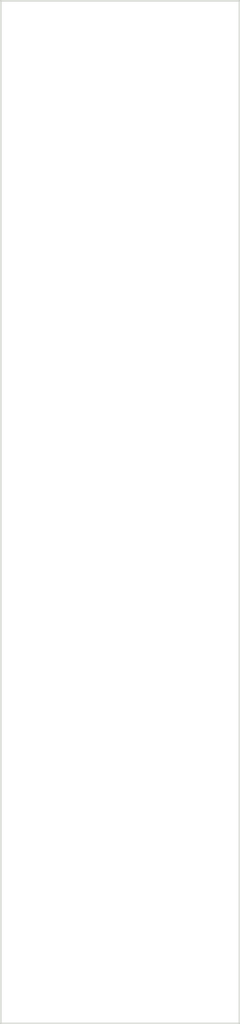
<source format=kicad_pcb>
(kicad_pcb (version 20171130) (host pcbnew "(5.1.4)-1")

  (general
    (thickness 1.6)
    (drawings 4)
    (tracks 0)
    (zones 0)
    (modules 16)
    (nets 1)
  )

  (page A4)
  (layers
    (0 F.Cu signal)
    (31 B.Cu signal)
    (32 B.Adhes user)
    (33 F.Adhes user)
    (34 B.Paste user)
    (35 F.Paste user)
    (36 B.SilkS user)
    (37 F.SilkS user)
    (38 B.Mask user)
    (39 F.Mask user)
    (40 Dwgs.User user)
    (41 Cmts.User user)
    (42 Eco1.User user)
    (43 Eco2.User user)
    (44 Edge.Cuts user)
    (45 Margin user)
    (46 B.CrtYd user)
    (47 F.CrtYd user)
    (48 B.Fab user)
    (49 F.Fab user)
  )

  (setup
    (last_trace_width 0.25)
    (trace_clearance 0.2)
    (zone_clearance 0.508)
    (zone_45_only no)
    (trace_min 0.2)
    (via_size 0.8)
    (via_drill 0.4)
    (via_min_size 0.4)
    (via_min_drill 0.3)
    (uvia_size 0.3)
    (uvia_drill 0.1)
    (uvias_allowed no)
    (uvia_min_size 0.2)
    (uvia_min_drill 0.1)
    (edge_width 0.05)
    (segment_width 0.2)
    (pcb_text_width 0.3)
    (pcb_text_size 1.5 1.5)
    (mod_edge_width 0.12)
    (mod_text_size 1 1)
    (mod_text_width 0.15)
    (pad_size 6 6)
    (pad_drill 6)
    (pad_to_mask_clearance 0.051)
    (solder_mask_min_width 0.25)
    (aux_axis_origin 0 0)
    (visible_elements FFFFFF7F)
    (pcbplotparams
      (layerselection 0x010fc_ffffffff)
      (usegerberextensions false)
      (usegerberattributes false)
      (usegerberadvancedattributes false)
      (creategerberjobfile false)
      (excludeedgelayer true)
      (linewidth 0.100000)
      (plotframeref false)
      (viasonmask false)
      (mode 1)
      (useauxorigin false)
      (hpglpennumber 1)
      (hpglpenspeed 20)
      (hpglpendiameter 15.000000)
      (psnegative false)
      (psa4output false)
      (plotreference true)
      (plotvalue true)
      (plotinvisibletext false)
      (padsonsilk false)
      (subtractmaskfromsilk false)
      (outputformat 1)
      (mirror false)
      (drillshape 1)
      (scaleselection 1)
      (outputdirectory ""))
  )

  (net 0 "")

  (net_class Default "This is the default net class."
    (clearance 0.2)
    (trace_width 0.25)
    (via_dia 0.8)
    (via_drill 0.4)
    (uvia_dia 0.3)
    (uvia_drill 0.1)
  )

  (module Mounting_Holes:MountingHole_3.2mm_M3 (layer F.Cu) (tedit 5DE01E3F) (tstamp 5DE0216E)
    (at 122.247232 129)
    (descr "Mounting Hole 3.2mm, no annular, M3")
    (tags "mounting hole 3.2mm no annular m3")
    (attr virtual)
    (fp_text reference REF** (at 0 -4.2) (layer F.SilkS) hide
      (effects (font (size 1 1) (thickness 0.15)))
    )
    (fp_text value MountingHole_3.2mm_M3 (at 0 4.2) (layer F.Fab) hide
      (effects (font (size 1 1) (thickness 0.15)))
    )
    (pad "" np_thru_hole circle (at 0 0) (size 7 7) (drill 7) (layers *.Cu *.Mask))
  )

  (module Mounting_Holes:MountingHole_3.2mm_M3 (layer F.Cu) (tedit 5DE01E3F) (tstamp 5DE0216E)
    (at 122.247232 103)
    (descr "Mounting Hole 3.2mm, no annular, M3")
    (tags "mounting hole 3.2mm no annular m3")
    (attr virtual)
    (fp_text reference REF** (at 0 -4.2) (layer F.SilkS) hide
      (effects (font (size 1 1) (thickness 0.15)))
    )
    (fp_text value MountingHole_3.2mm_M3 (at 0 4.2) (layer F.Fab) hide
      (effects (font (size 1 1) (thickness 0.15)))
    )
    (pad "" np_thru_hole circle (at 0 0) (size 7 7) (drill 7) (layers *.Cu *.Mask))
  )

  (module Mounting_Holes:MountingHole_3.2mm_M3 (layer F.Cu) (tedit 5DE01E3F) (tstamp 5DE0216E)
    (at 122.247232 77)
    (descr "Mounting Hole 3.2mm, no annular, M3")
    (tags "mounting hole 3.2mm no annular m3")
    (attr virtual)
    (fp_text reference REF** (at 0 -4.2) (layer F.SilkS) hide
      (effects (font (size 1 1) (thickness 0.15)))
    )
    (fp_text value MountingHole_3.2mm_M3 (at 0 4.2) (layer F.Fab) hide
      (effects (font (size 1 1) (thickness 0.15)))
    )
    (pad "" np_thru_hole circle (at 0 0) (size 7 7) (drill 7) (layers *.Cu *.Mask))
  )

  (module Mounting_Holes:MountingHole_3.2mm_M3 (layer F.Cu) (tedit 5DE01E77) (tstamp 5DE02140)
    (at 138.8 135)
    (descr "Mounting Hole 3.2mm, no annular, M3")
    (tags "mounting hole 3.2mm no annular m3")
    (attr virtual)
    (fp_text reference REF** (at 0 -4.2) (layer F.SilkS) hide
      (effects (font (size 1 1) (thickness 0.15)))
    )
    (fp_text value MountingHole_3.2mm_M3 (at 0 4.2) (layer F.Fab) hide
      (effects (font (size 1 1) (thickness 0.15)))
    )
    (pad "" np_thru_hole circle (at 0 0) (size 6 6) (drill 6) (layers *.Cu *.Mask))
  )

  (module Mounting_Holes:MountingHole_3.2mm_M3 (layer F.Cu) (tedit 5DE01E77) (tstamp 5DE02140)
    (at 138.8 123)
    (descr "Mounting Hole 3.2mm, no annular, M3")
    (tags "mounting hole 3.2mm no annular m3")
    (attr virtual)
    (fp_text reference REF** (at 0 -4.2) (layer F.SilkS) hide
      (effects (font (size 1 1) (thickness 0.15)))
    )
    (fp_text value MountingHole_3.2mm_M3 (at 0 4.2) (layer F.Fab) hide
      (effects (font (size 1 1) (thickness 0.15)))
    )
    (pad "" np_thru_hole circle (at 0 0) (size 6 6) (drill 6) (layers *.Cu *.Mask))
  )

  (module Mounting_Holes:MountingHole_3.2mm_M3 (layer F.Cu) (tedit 5DE01E77) (tstamp 5DE02140)
    (at 138.8 109)
    (descr "Mounting Hole 3.2mm, no annular, M3")
    (tags "mounting hole 3.2mm no annular m3")
    (attr virtual)
    (fp_text reference REF** (at 0 -4.2) (layer F.SilkS) hide
      (effects (font (size 1 1) (thickness 0.15)))
    )
    (fp_text value MountingHole_3.2mm_M3 (at 0 4.2) (layer F.Fab) hide
      (effects (font (size 1 1) (thickness 0.15)))
    )
    (pad "" np_thru_hole circle (at 0 0) (size 6 6) (drill 6) (layers *.Cu *.Mask))
  )

  (module Mounting_Holes:MountingHole_3.2mm_M3 (layer F.Cu) (tedit 5DE01E77) (tstamp 5DE02140)
    (at 138.8 97)
    (descr "Mounting Hole 3.2mm, no annular, M3")
    (tags "mounting hole 3.2mm no annular m3")
    (attr virtual)
    (fp_text reference REF** (at 0 -4.2) (layer F.SilkS) hide
      (effects (font (size 1 1) (thickness 0.15)))
    )
    (fp_text value MountingHole_3.2mm_M3 (at 0 4.2) (layer F.Fab) hide
      (effects (font (size 1 1) (thickness 0.15)))
    )
    (pad "" np_thru_hole circle (at 0 0) (size 6 6) (drill 6) (layers *.Cu *.Mask))
  )

  (module Mounting_Holes:MountingHole_3.2mm_M3 (layer F.Cu) (tedit 5DE01E77) (tstamp 5DE02140)
    (at 138.8 83)
    (descr "Mounting Hole 3.2mm, no annular, M3")
    (tags "mounting hole 3.2mm no annular m3")
    (attr virtual)
    (fp_text reference REF** (at 0 -4.2) (layer F.SilkS) hide
      (effects (font (size 1 1) (thickness 0.15)))
    )
    (fp_text value MountingHole_3.2mm_M3 (at 0 4.2) (layer F.Fab) hide
      (effects (font (size 1 1) (thickness 0.15)))
    )
    (pad "" np_thru_hole circle (at 0 0) (size 6 6) (drill 6) (layers *.Cu *.Mask))
  )

  (module Mounting_Holes:MountingHole_3.2mm_M3 (layer F.Cu) (tedit 5DE01E77) (tstamp 5DE02140)
    (at 138.8 71)
    (descr "Mounting Hole 3.2mm, no annular, M3")
    (tags "mounting hole 3.2mm no annular m3")
    (attr virtual)
    (fp_text reference REF** (at 0 -4.2) (layer F.SilkS) hide
      (effects (font (size 1 1) (thickness 0.15)))
    )
    (fp_text value MountingHole_3.2mm_M3 (at 0 4.2) (layer F.Fab) hide
      (effects (font (size 1 1) (thickness 0.15)))
    )
    (pad "" np_thru_hole circle (at 0 0) (size 6 6) (drill 6) (layers *.Cu *.Mask))
  )

  (module Mounting_Holes:MountingHole_3.2mm_M3 (layer F.Cu) (tedit 5DE01E77) (tstamp 5DE02140)
    (at 138.8 57)
    (descr "Mounting Hole 3.2mm, no annular, M3")
    (tags "mounting hole 3.2mm no annular m3")
    (attr virtual)
    (fp_text reference REF** (at 0 -4.2) (layer F.SilkS) hide
      (effects (font (size 1 1) (thickness 0.15)))
    )
    (fp_text value MountingHole_3.2mm_M3 (at 0 4.2) (layer F.Fab) hide
      (effects (font (size 1 1) (thickness 0.15)))
    )
    (pad "" np_thru_hole circle (at 0 0) (size 6 6) (drill 6) (layers *.Cu *.Mask))
  )

  (module Mounting_Holes:MountingHole_3.2mm_M3 (layer F.Cu) (tedit 5DE01E77) (tstamp 5DE020F8)
    (at 138.798616 45)
    (descr "Mounting Hole 3.2mm, no annular, M3")
    (tags "mounting hole 3.2mm no annular m3")
    (attr virtual)
    (fp_text reference REF** (at 0 -4.2) (layer F.SilkS) hide
      (effects (font (size 1 1) (thickness 0.15)))
    )
    (fp_text value MountingHole_3.2mm_M3 (at 0 4.2) (layer F.Fab) hide
      (effects (font (size 1 1) (thickness 0.15)))
    )
    (pad "" np_thru_hole circle (at 0 0) (size 6 6) (drill 6) (layers *.Cu *.Mask))
  )

  (module Mounting_Holes:MountingHole_3.2mm_M3 (layer F.Cu) (tedit 5DE01E3F) (tstamp 5DE020F8)
    (at 122.248616 51)
    (descr "Mounting Hole 3.2mm, no annular, M3")
    (tags "mounting hole 3.2mm no annular m3")
    (attr virtual)
    (fp_text reference REF** (at 0 -4.2) (layer F.SilkS) hide
      (effects (font (size 1 1) (thickness 0.15)))
    )
    (fp_text value MountingHole_3.2mm_M3 (at 0 4.2) (layer F.Fab) hide
      (effects (font (size 1 1) (thickness 0.15)))
    )
    (pad "" np_thru_hole circle (at 0 0) (size 7 7) (drill 7) (layers *.Cu *.Mask))
  )

  (module Mounting_Holes:MountingHole_3.2mm_M3 (layer F.Cu) (tedit 5DE01DAB) (tstamp 5DE020F8)
    (at 137.748616 151.25)
    (descr "Mounting Hole 3.2mm, no annular, M3")
    (tags "mounting hole 3.2mm no annular m3")
    (attr virtual)
    (fp_text reference REF** (at 0 -4.2) (layer F.SilkS) hide
      (effects (font (size 1 1) (thickness 0.15)))
    )
    (fp_text value MountingHole_3.2mm_M3 (at 0 4.2) (layer F.Fab) hide
      (effects (font (size 1 1) (thickness 0.15)))
    )
    (pad 1 np_thru_hole circle (at 0 0) (size 3.2 3.2) (drill 3.2) (layers *.Cu *.Mask))
  )

  (module Mounting_Holes:MountingHole_3.2mm_M3 (layer F.Cu) (tedit 5DE01DAB) (tstamp 5DE020F8)
    (at 122.498616 151.25)
    (descr "Mounting Hole 3.2mm, no annular, M3")
    (tags "mounting hole 3.2mm no annular m3")
    (attr virtual)
    (fp_text reference REF** (at 0 -4.2) (layer F.SilkS) hide
      (effects (font (size 1 1) (thickness 0.15)))
    )
    (fp_text value MountingHole_3.2mm_M3 (at 0 4.2) (layer F.Fab) hide
      (effects (font (size 1 1) (thickness 0.15)))
    )
    (pad 1 np_thru_hole circle (at 0 0) (size 3.2 3.2) (drill 3.2) (layers *.Cu *.Mask))
  )

  (module Mounting_Holes:MountingHole_3.2mm_M3 (layer F.Cu) (tedit 5DE01DAB) (tstamp 5DE020F8)
    (at 137.748616 28.75)
    (descr "Mounting Hole 3.2mm, no annular, M3")
    (tags "mounting hole 3.2mm no annular m3")
    (attr virtual)
    (fp_text reference REF** (at 0 -4.2) (layer F.SilkS) hide
      (effects (font (size 1 1) (thickness 0.15)))
    )
    (fp_text value MountingHole_3.2mm_M3 (at 0 4.2) (layer F.Fab) hide
      (effects (font (size 1 1) (thickness 0.15)))
    )
    (pad 1 np_thru_hole circle (at 0 0) (size 3.2 3.2) (drill 3.2) (layers *.Cu *.Mask))
  )

  (module Mounting_Holes:MountingHole_3.2mm_M3 (layer F.Cu) (tedit 5DE01DAB) (tstamp 5DE020E7)
    (at 122.5 28.75)
    (descr "Mounting Hole 3.2mm, no annular, M3")
    (tags "mounting hole 3.2mm no annular m3")
    (attr virtual)
    (fp_text reference REF** (at 0 -4.2) (layer F.SilkS) hide
      (effects (font (size 1 1) (thickness 0.15)))
    )
    (fp_text value MountingHole_3.2mm_M3 (at 0 4.2) (layer F.Fab) hide
      (effects (font (size 1 1) (thickness 0.15)))
    )
    (pad 1 np_thru_hole circle (at 0 0) (size 3.2 3.2) (drill 3.2) (layers *.Cu *.Mask))
  )

  (gr_line (start 145.001384 154.25) (end 145.001384 25.75) (layer Edge.Cuts) (width 0.2))
  (gr_line (start 115.001384 25.75) (end 115.001384 154.25) (layer Edge.Cuts) (width 0.2))
  (gr_line (start 145.001384 25.75) (end 115.001384 25.75) (layer Edge.Cuts) (width 0.2))
  (gr_line (start 115.001384 154.25) (end 145.001384 154.25) (layer Edge.Cuts) (width 0.2))

)

</source>
